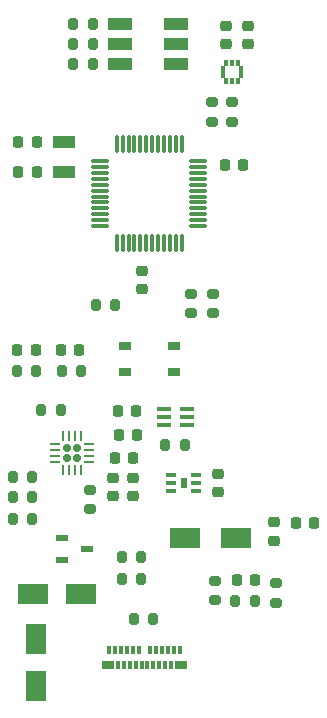
<source format=gbr>
%TF.GenerationSoftware,KiCad,Pcbnew,(6.0.5)*%
%TF.CreationDate,2022-07-28T11:09:16-06:00*%
%TF.ProjectId,transmitter,7472616e-736d-4697-9474-65722e6b6963,rev?*%
%TF.SameCoordinates,Original*%
%TF.FileFunction,Paste,Top*%
%TF.FilePolarity,Positive*%
%FSLAX46Y46*%
G04 Gerber Fmt 4.6, Leading zero omitted, Abs format (unit mm)*
G04 Created by KiCad (PCBNEW (6.0.5)) date 2022-07-28 11:09:16*
%MOMM*%
%LPD*%
G01*
G04 APERTURE LIST*
G04 Aperture macros list*
%AMRoundRect*
0 Rectangle with rounded corners*
0 $1 Rounding radius*
0 $2 $3 $4 $5 $6 $7 $8 $9 X,Y pos of 4 corners*
0 Add a 4 corners polygon primitive as box body*
4,1,4,$2,$3,$4,$5,$6,$7,$8,$9,$2,$3,0*
0 Add four circle primitives for the rounded corners*
1,1,$1+$1,$2,$3*
1,1,$1+$1,$4,$5*
1,1,$1+$1,$6,$7*
1,1,$1+$1,$8,$9*
0 Add four rect primitives between the rounded corners*
20,1,$1+$1,$2,$3,$4,$5,0*
20,1,$1+$1,$4,$5,$6,$7,0*
20,1,$1+$1,$6,$7,$8,$9,0*
20,1,$1+$1,$8,$9,$2,$3,0*%
G04 Aperture macros list end*
%ADD10C,0.010000*%
%ADD11RoundRect,0.225000X-0.225000X-0.250000X0.225000X-0.250000X0.225000X0.250000X-0.225000X0.250000X0*%
%ADD12RoundRect,0.225000X0.250000X-0.225000X0.250000X0.225000X-0.250000X0.225000X-0.250000X-0.225000X0*%
%ADD13RoundRect,0.200000X0.200000X0.275000X-0.200000X0.275000X-0.200000X-0.275000X0.200000X-0.275000X0*%
%ADD14RoundRect,0.225000X-0.250000X0.225000X-0.250000X-0.225000X0.250000X-0.225000X0.250000X0.225000X0*%
%ADD15RoundRect,0.200000X-0.200000X-0.275000X0.200000X-0.275000X0.200000X0.275000X-0.200000X0.275000X0*%
%ADD16R,0.300000X0.700000*%
%ADD17R,1.000000X0.700000*%
%ADD18RoundRect,0.200000X-0.275000X0.200000X-0.275000X-0.200000X0.275000X-0.200000X0.275000X0.200000X0*%
%ADD19RoundRect,0.008100X-0.421900X-0.126900X0.421900X-0.126900X0.421900X0.126900X-0.421900X0.126900X0*%
%ADD20R,1.800000X2.500000*%
%ADD21RoundRect,0.007000X0.168000X-0.183000X0.168000X0.183000X-0.168000X0.183000X-0.168000X-0.183000X0*%
%ADD22R,2.000000X1.100000*%
%ADD23RoundRect,0.225000X0.225000X0.250000X-0.225000X0.250000X-0.225000X-0.250000X0.225000X-0.250000X0*%
%ADD24RoundRect,0.200000X0.275000X-0.200000X0.275000X0.200000X-0.275000X0.200000X-0.275000X-0.200000X0*%
%ADD25R,1.168400X0.355600*%
%ADD26RoundRect,0.218750X-0.218750X-0.256250X0.218750X-0.256250X0.218750X0.256250X-0.218750X0.256250X0*%
%ADD27RoundRect,0.062500X0.375000X-0.062500X0.375000X0.062500X-0.375000X0.062500X-0.375000X-0.062500X0*%
%ADD28RoundRect,0.062500X0.062500X-0.375000X0.062500X0.375000X-0.062500X0.375000X-0.062500X-0.375000X0*%
%ADD29RoundRect,0.160000X0.160000X-0.160000X0.160000X0.160000X-0.160000X0.160000X-0.160000X-0.160000X0*%
%ADD30RoundRect,0.218750X0.218750X0.256250X-0.218750X0.256250X-0.218750X-0.256250X0.218750X-0.256250X0*%
%ADD31R,1.090000X0.610000*%
%ADD32R,1.900000X1.100000*%
%ADD33R,1.050000X0.650000*%
%ADD34RoundRect,0.075000X-0.662500X-0.075000X0.662500X-0.075000X0.662500X0.075000X-0.662500X0.075000X0*%
%ADD35RoundRect,0.075000X-0.075000X-0.662500X0.075000X-0.662500X0.075000X0.662500X-0.075000X0.662500X0*%
%ADD36R,2.500000X1.800000*%
%ADD37R,2.650000X1.750000*%
G04 APERTURE END LIST*
%TO.C,U3*%
G36*
X152540000Y-117780000D02*
G01*
X152060000Y-117780000D01*
X152060000Y-117020000D01*
X152540000Y-117020000D01*
X152540000Y-117780000D01*
G37*
D10*
X152540000Y-117780000D02*
X152060000Y-117780000D01*
X152060000Y-117020000D01*
X152540000Y-117020000D01*
X152540000Y-117780000D01*
%TD*%
D11*
%TO.C,C2*%
X138325000Y-91100000D03*
X139875000Y-91100000D03*
%TD*%
D12*
%TO.C,C18*%
X157800000Y-80275000D03*
X157800000Y-78725000D03*
%TD*%
D13*
%TO.C,R22*%
X144625000Y-78500000D03*
X142975000Y-78500000D03*
%TD*%
D14*
%TO.C,C15*%
X155200000Y-116625000D03*
X155200000Y-118175000D03*
%TD*%
D15*
%TO.C,R12*%
X137825000Y-118562500D03*
X139475000Y-118562500D03*
%TD*%
D16*
%TO.C,J10*%
X146000000Y-131530000D03*
X146500000Y-131530000D03*
X147000000Y-131530000D03*
X147500000Y-131530000D03*
X148000000Y-131530000D03*
X148500000Y-131530000D03*
X149500000Y-131530000D03*
X150000000Y-131530000D03*
X150500000Y-131530000D03*
X151000000Y-131530000D03*
X151500000Y-131530000D03*
X152000000Y-131530000D03*
D17*
X152100000Y-132830000D03*
D16*
X151250000Y-132830000D03*
X150750000Y-132830000D03*
X150250000Y-132830000D03*
X149750000Y-132830000D03*
X149250000Y-132830000D03*
X148750000Y-132830000D03*
X148250000Y-132830000D03*
X147750000Y-132830000D03*
X147250000Y-132830000D03*
X146750000Y-132830000D03*
D17*
X145900000Y-132830000D03*
%TD*%
D11*
%TO.C,C14*%
X146475000Y-115262500D03*
X148025000Y-115262500D03*
%TD*%
D18*
%TO.C,R1*%
X155000000Y-125675000D03*
X155000000Y-127325000D03*
%TD*%
D19*
%TO.C,U3*%
X151265000Y-116750000D03*
X151265000Y-117400000D03*
X151265000Y-118050000D03*
X153335000Y-118050000D03*
X153335000Y-117400000D03*
X153335000Y-116750000D03*
%TD*%
D13*
%TO.C,R16*%
X148725000Y-125500000D03*
X147075000Y-125500000D03*
%TD*%
D11*
%TO.C,C1*%
X138325000Y-88500000D03*
X139875000Y-88500000D03*
%TD*%
D20*
%TO.C,D2*%
X139800000Y-134600000D03*
X139800000Y-130600000D03*
%TD*%
D18*
%TO.C,R4*%
X154700000Y-85175000D03*
X154700000Y-86825000D03*
%TD*%
D11*
%TO.C,C6*%
X155825000Y-90500000D03*
X157375000Y-90500000D03*
%TD*%
D13*
%TO.C,R21*%
X144625000Y-80200000D03*
X142975000Y-80200000D03*
%TD*%
D18*
%TO.C,R8*%
X152900000Y-101375000D03*
X152900000Y-103025000D03*
%TD*%
D21*
%TO.C,U4*%
X155635000Y-82350000D03*
X155635000Y-82850000D03*
X155900000Y-83365000D03*
X156400000Y-83365000D03*
X156900000Y-83365000D03*
X157165000Y-82850000D03*
X157165000Y-82350000D03*
X156900000Y-81835000D03*
X156400000Y-81835000D03*
X155900000Y-81835000D03*
%TD*%
D18*
%TO.C,R2*%
X160100000Y-125875000D03*
X160100000Y-127525000D03*
%TD*%
D15*
%TO.C,R15*%
X138175000Y-107900000D03*
X139825000Y-107900000D03*
%TD*%
%TO.C,R14*%
X141975000Y-107900000D03*
X143625000Y-107900000D03*
%TD*%
D22*
%TO.C,D7*%
X151700000Y-81900000D03*
X151700000Y-80200000D03*
X151700000Y-78500000D03*
X146900000Y-78500000D03*
X146900000Y-80200000D03*
X146900000Y-81900000D03*
%TD*%
D13*
%TO.C,R20*%
X144625000Y-81900000D03*
X142975000Y-81900000D03*
%TD*%
D15*
%TO.C,R13*%
X137825000Y-120462500D03*
X139475000Y-120462500D03*
%TD*%
D23*
%TO.C,C19*%
X148275000Y-111300000D03*
X146725000Y-111300000D03*
%TD*%
D15*
%TO.C,R23*%
X150775000Y-114200000D03*
X152425000Y-114200000D03*
%TD*%
D24*
%TO.C,R7*%
X154800000Y-103025000D03*
X154800000Y-101375000D03*
%TD*%
D12*
%TO.C,C17*%
X155900000Y-80275000D03*
X155900000Y-78725000D03*
%TD*%
D14*
%TO.C,C10*%
X160000000Y-120725000D03*
X160000000Y-122275000D03*
%TD*%
D25*
%TO.C,U5*%
X150634800Y-111150000D03*
X150634800Y-111800000D03*
X150634800Y-112450000D03*
X152565200Y-112450000D03*
X152565200Y-111800000D03*
X152565200Y-111150000D03*
%TD*%
D11*
%TO.C,C11*%
X161825000Y-120800000D03*
X163375000Y-120800000D03*
%TD*%
D15*
%TO.C,R6*%
X144875000Y-102300000D03*
X146525000Y-102300000D03*
%TD*%
D26*
%TO.C,D4*%
X138212500Y-106100000D03*
X139787500Y-106100000D03*
%TD*%
D27*
%TO.C,U2*%
X141412500Y-115612500D03*
X141412500Y-115112500D03*
X141412500Y-114612500D03*
X141412500Y-114112500D03*
D28*
X142100000Y-113425000D03*
X142600000Y-113425000D03*
X143100000Y-113425000D03*
X143600000Y-113425000D03*
D27*
X144287500Y-114112500D03*
X144287500Y-114612500D03*
X144287500Y-115112500D03*
X144287500Y-115612500D03*
D28*
X143600000Y-116300000D03*
X143100000Y-116300000D03*
X142600000Y-116300000D03*
X142100000Y-116300000D03*
D29*
X143250000Y-115262500D03*
X143250000Y-114462500D03*
X142450000Y-114462500D03*
X142450000Y-115262500D03*
%TD*%
D30*
%TO.C,D3*%
X143487500Y-106100000D03*
X141912500Y-106100000D03*
%TD*%
D31*
%TO.C,Q1*%
X142030000Y-122085000D03*
X142030000Y-123915000D03*
X144170000Y-123000000D03*
%TD*%
D15*
%TO.C,R17*%
X147075000Y-123700000D03*
X148725000Y-123700000D03*
%TD*%
D32*
%TO.C,Y1*%
X142200000Y-88550000D03*
X142200000Y-91050000D03*
%TD*%
D13*
%TO.C,R3*%
X158325000Y-127400000D03*
X156675000Y-127400000D03*
%TD*%
D24*
%TO.C,R10*%
X144400000Y-119625000D03*
X144400000Y-117975000D03*
%TD*%
D15*
%TO.C,R9*%
X137825000Y-116862500D03*
X139475000Y-116862500D03*
%TD*%
D33*
%TO.C,SW1*%
X147325000Y-105825000D03*
X151475000Y-105825000D03*
X147325000Y-107975000D03*
X151475000Y-107975000D03*
%TD*%
D23*
%TO.C,C16*%
X148375000Y-113300000D03*
X146825000Y-113300000D03*
%TD*%
D34*
%TO.C,U1*%
X145237500Y-90150000D03*
X145237500Y-90650000D03*
X145237500Y-91150000D03*
X145237500Y-91650000D03*
X145237500Y-92150000D03*
X145237500Y-92650000D03*
X145237500Y-93150000D03*
X145237500Y-93650000D03*
X145237500Y-94150000D03*
X145237500Y-94650000D03*
X145237500Y-95150000D03*
X145237500Y-95650000D03*
D35*
X146650000Y-97062500D03*
X147150000Y-97062500D03*
X147650000Y-97062500D03*
X148150000Y-97062500D03*
X148650000Y-97062500D03*
X149150000Y-97062500D03*
X149650000Y-97062500D03*
X150150000Y-97062500D03*
X150650000Y-97062500D03*
X151150000Y-97062500D03*
X151650000Y-97062500D03*
X152150000Y-97062500D03*
D34*
X153562500Y-95650000D03*
X153562500Y-95150000D03*
X153562500Y-94650000D03*
X153562500Y-94150000D03*
X153562500Y-93650000D03*
X153562500Y-93150000D03*
X153562500Y-92650000D03*
X153562500Y-92150000D03*
X153562500Y-91650000D03*
X153562500Y-91150000D03*
X153562500Y-90650000D03*
X153562500Y-90150000D03*
D35*
X152150000Y-88737500D03*
X151650000Y-88737500D03*
X151150000Y-88737500D03*
X150650000Y-88737500D03*
X150150000Y-88737500D03*
X149650000Y-88737500D03*
X149150000Y-88737500D03*
X148650000Y-88737500D03*
X148150000Y-88737500D03*
X147650000Y-88737500D03*
X147150000Y-88737500D03*
X146650000Y-88737500D03*
%TD*%
D24*
%TO.C,R5*%
X156400000Y-86825000D03*
X156400000Y-85175000D03*
%TD*%
D14*
%TO.C,C13*%
X148050000Y-116987500D03*
X148050000Y-118537500D03*
%TD*%
D30*
%TO.C,D1*%
X158387500Y-125600000D03*
X156812500Y-125600000D03*
%TD*%
D15*
%TO.C,R18*%
X148075000Y-128900000D03*
X149725000Y-128900000D03*
%TD*%
D36*
%TO.C,D6*%
X139600000Y-126800000D03*
X143600000Y-126800000D03*
%TD*%
D15*
%TO.C,R11*%
X140275000Y-111200000D03*
X141925000Y-111200000D03*
%TD*%
D14*
%TO.C,C12*%
X146350000Y-116987500D03*
X146350000Y-118537500D03*
%TD*%
D37*
%TO.C,D5*%
X156750000Y-122100000D03*
X152450000Y-122100000D03*
%TD*%
D14*
%TO.C,C7*%
X148800000Y-99425000D03*
X148800000Y-100975000D03*
%TD*%
M02*

</source>
